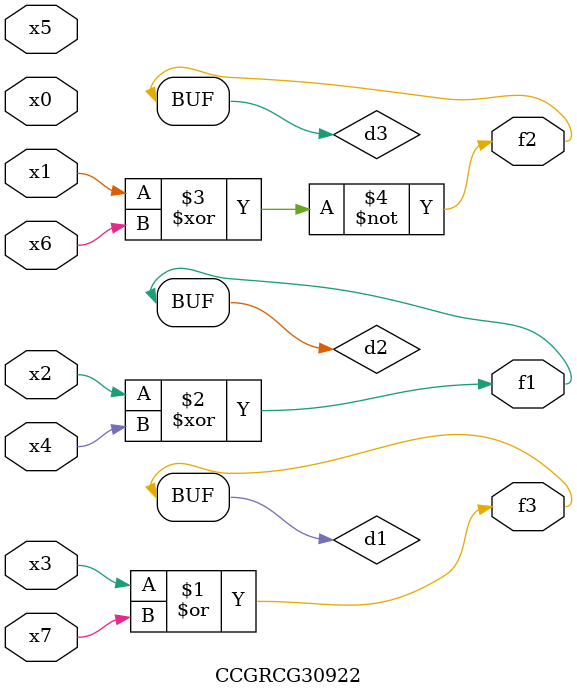
<source format=v>
module CCGRCG30922(
	input x0, x1, x2, x3, x4, x5, x6, x7,
	output f1, f2, f3
);

	wire d1, d2, d3;

	or (d1, x3, x7);
	xor (d2, x2, x4);
	xnor (d3, x1, x6);
	assign f1 = d2;
	assign f2 = d3;
	assign f3 = d1;
endmodule

</source>
